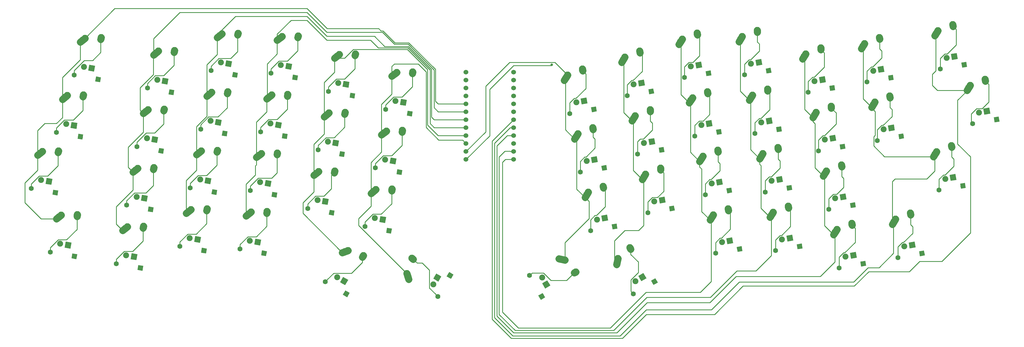
<source format=gtl>
G04 #@! TF.GenerationSoftware,KiCad,Pcbnew,(5.1.4-0-10_14)*
G04 #@! TF.CreationDate,2022-04-12T01:13:52-04:00*
G04 #@! TF.ProjectId,keyboard,6b657962-6f61-4726-942e-6b696361645f,rev?*
G04 #@! TF.SameCoordinates,Original*
G04 #@! TF.FileFunction,Copper,L1,Top*
G04 #@! TF.FilePolarity,Positive*
%FSLAX46Y46*%
G04 Gerber Fmt 4.6, Leading zero omitted, Abs format (unit mm)*
G04 Created by KiCad (PCBNEW (5.1.4-0-10_14)) date 2022-04-12 01:13:52*
%MOMM*%
%LPD*%
G04 APERTURE LIST*
%ADD10C,1.905000*%
%ADD11C,0.100000*%
%ADD12C,2.250000*%
%ADD13C,2.250000*%
%ADD14C,1.600000*%
%ADD15C,1.524000*%
%ADD16C,0.800000*%
%ADD17C,0.250000*%
G04 APERTURE END LIST*
D10*
X139976441Y-97960898D03*
D11*
G36*
X138873012Y-98733527D02*
G01*
X139203812Y-96857469D01*
X141079870Y-97188269D01*
X140749070Y-99064327D01*
X138873012Y-98733527D01*
X138873012Y-98733527D01*
G37*
D10*
X137475029Y-97519831D03*
D12*
X137840441Y-88364190D03*
X137068630Y-88969360D03*
D13*
X136296817Y-89574530D02*
X137840443Y-88364190D01*
D12*
X142991412Y-88175784D03*
X142921358Y-88457906D03*
D13*
X142851304Y-88740027D02*
X142991412Y-88175785D01*
D10*
X359392027Y-57264954D03*
D11*
G36*
X358619398Y-58368383D02*
G01*
X358288598Y-56492325D01*
X360164656Y-56161525D01*
X360495456Y-58037583D01*
X358619398Y-58368383D01*
X358619398Y-58368383D01*
G37*
D10*
X356890615Y-57706021D03*
D12*
X354102576Y-48977553D03*
X353584291Y-49810203D03*
D13*
X353066004Y-50642852D02*
X354102578Y-48977554D01*
D12*
X358878467Y-47038774D03*
X358909129Y-47327842D03*
D13*
X358939791Y-47616909D02*
X358878467Y-47038775D01*
D10*
X164306652Y-129231809D03*
D11*
G36*
X163005513Y-129580448D02*
G01*
X163958013Y-127930670D01*
X165607791Y-128883170D01*
X164655291Y-130532948D01*
X163005513Y-129580448D01*
X163005513Y-129580448D01*
G37*
D10*
X162106948Y-127961809D03*
D12*
X165581736Y-119483298D03*
X164649490Y-119787997D03*
D13*
X163717243Y-120092695D02*
X165581737Y-119483299D01*
D12*
X170486505Y-121067991D03*
X170324185Y-121309139D03*
D13*
X170161864Y-121550286D02*
X170486506Y-121067992D01*
D10*
X176629377Y-109500932D03*
D11*
G36*
X175525948Y-110273561D02*
G01*
X175856748Y-108397503D01*
X177732806Y-108728303D01*
X177402006Y-110604361D01*
X175525948Y-110273561D01*
X175525948Y-110273561D01*
G37*
D10*
X174127965Y-109059865D03*
D12*
X174493377Y-99904224D03*
X173721566Y-100509394D03*
D13*
X172949753Y-101114564D02*
X174493379Y-99904224D01*
D12*
X179644348Y-99715818D03*
X179574294Y-99997940D03*
D13*
X179504240Y-100280061D02*
X179644348Y-99715819D01*
D10*
X97150315Y-121430779D03*
D11*
G36*
X96046886Y-122203408D02*
G01*
X96377686Y-120327350D01*
X98253744Y-120658150D01*
X97922944Y-122534208D01*
X96046886Y-122203408D01*
X96046886Y-122203408D01*
G37*
D10*
X94648903Y-120989712D03*
D12*
X95014315Y-111834071D03*
X94242504Y-112439241D03*
D13*
X93470691Y-113044411D02*
X95014317Y-111834071D01*
D12*
X100165286Y-111645665D03*
X100095232Y-111927787D03*
D13*
X100025178Y-112209908D02*
X100165286Y-111645666D01*
D10*
X103766310Y-83909604D03*
D11*
G36*
X102662881Y-84682233D02*
G01*
X102993681Y-82806175D01*
X104869739Y-83136975D01*
X104538939Y-85013033D01*
X102662881Y-84682233D01*
X102662881Y-84682233D01*
G37*
D10*
X101264898Y-83468537D03*
D12*
X101630310Y-74312896D03*
X100858499Y-74918066D03*
D13*
X100086686Y-75523236D02*
X101630312Y-74312896D01*
D12*
X106781281Y-74124490D03*
X106711227Y-74406612D03*
D13*
X106641173Y-74688733D02*
X106781281Y-74124491D01*
D14*
X94815524Y-104899194D03*
X102497024Y-106253650D03*
D11*
G36*
X103423789Y-105604722D02*
G01*
X103145952Y-107180415D01*
X101570259Y-106902578D01*
X101848096Y-105326885D01*
X103423789Y-105604722D01*
X103423789Y-105604722D01*
G37*
D14*
X236469516Y-75563216D03*
X244151016Y-74208760D03*
D11*
G36*
X244799944Y-73281995D02*
G01*
X245077781Y-74857688D01*
X243502088Y-75135525D01*
X243224251Y-73559832D01*
X244799944Y-73281995D01*
X244799944Y-73281995D01*
G37*
D14*
X115138946Y-99343922D03*
X122820446Y-100698378D03*
D11*
G36*
X123747211Y-100049450D02*
G01*
X123469374Y-101625143D01*
X121893681Y-101347306D01*
X122171518Y-99771613D01*
X123747211Y-100049450D01*
X123747211Y-100049450D01*
G37*
D14*
X121754941Y-61822747D03*
X129436441Y-63177203D03*
D11*
G36*
X130363206Y-62528275D02*
G01*
X130085369Y-64103968D01*
X128509676Y-63826131D01*
X128787513Y-62250438D01*
X130363206Y-62528275D01*
X130363206Y-62528275D01*
G37*
D14*
X152660121Y-105959918D03*
X160341621Y-107314374D03*
D11*
G36*
X161268386Y-106665446D02*
G01*
X160990549Y-108241139D01*
X159414856Y-107963302D01*
X159692693Y-106387609D01*
X161268386Y-106665446D01*
X161268386Y-106665446D01*
G37*
D14*
X322564574Y-125014238D03*
X330246074Y-123659782D03*
D11*
G36*
X330895002Y-122733017D02*
G01*
X331172839Y-124308710D01*
X329597146Y-124586547D01*
X329319309Y-123010854D01*
X330895002Y-122733017D01*
X330895002Y-122733017D01*
G37*
D14*
X254795984Y-69793199D03*
X262477484Y-68438743D03*
D11*
G36*
X263126412Y-67511978D02*
G01*
X263404249Y-69087671D01*
X261828556Y-69365508D01*
X261550719Y-67789815D01*
X263126412Y-67511978D01*
X263126412Y-67511978D01*
G37*
D14*
X77980784Y-63243022D03*
X85662284Y-64597478D03*
D11*
G36*
X86589049Y-63948550D02*
G01*
X86311212Y-65524243D01*
X84735519Y-65246406D01*
X85013356Y-63670713D01*
X86589049Y-63948550D01*
X86589049Y-63948550D01*
G37*
D14*
X177602584Y-74208760D03*
X185284084Y-75563216D03*
D11*
G36*
X186210849Y-74914288D02*
G01*
X185933012Y-76489981D01*
X184357319Y-76212144D01*
X184635156Y-74636451D01*
X186210849Y-74914288D01*
X186210849Y-74914288D01*
G37*
D14*
X111830948Y-118104510D03*
X119512448Y-119458966D03*
D11*
G36*
X120439213Y-118810038D02*
G01*
X120161376Y-120385731D01*
X118585683Y-120107894D01*
X118863520Y-118532201D01*
X120439213Y-118810038D01*
X120439213Y-118810038D01*
G37*
D14*
X331401169Y-65424477D03*
X339082669Y-64070021D03*
D11*
G36*
X339731597Y-63143256D02*
G01*
X340009434Y-64718949D01*
X338433741Y-64996786D01*
X338155904Y-63421093D01*
X339731597Y-63143256D01*
X339731597Y-63143256D01*
G37*
D14*
X256756801Y-133296440D03*
X263511799Y-129396440D03*
D11*
G36*
X263804619Y-128303620D02*
G01*
X264604619Y-129689260D01*
X263218979Y-130489260D01*
X262418979Y-129103620D01*
X263804619Y-128303620D01*
X263804619Y-128303620D01*
G37*
D14*
X319256576Y-106253650D03*
X326938076Y-104899194D03*
D11*
G36*
X327587004Y-103972429D02*
G01*
X327864841Y-105548122D01*
X326289148Y-105825959D01*
X326011311Y-104250266D01*
X327587004Y-103972429D01*
X327587004Y-103972429D01*
G37*
D14*
X64329568Y-99523698D03*
X72011068Y-100878154D03*
D11*
G36*
X72937833Y-100229226D02*
G01*
X72659996Y-101804919D01*
X71084303Y-101527082D01*
X71362140Y-99951389D01*
X72937833Y-100229226D01*
X72937833Y-100229226D01*
G37*
D14*
X354432679Y-100051154D03*
X362114179Y-98696698D03*
D11*
G36*
X362763107Y-97769933D02*
G01*
X363040944Y-99345626D01*
X361465251Y-99623463D01*
X361187414Y-98047770D01*
X362763107Y-97769933D01*
X362763107Y-97769933D01*
G37*
D14*
X315948579Y-87493063D03*
X323630079Y-86138607D03*
D11*
G36*
X324279007Y-85211842D02*
G01*
X324556844Y-86787535D01*
X322981151Y-87065372D01*
X322703314Y-85489679D01*
X324279007Y-85211842D01*
X324279007Y-85211842D01*
G37*
D14*
X118446944Y-80583335D03*
X126128444Y-81937791D03*
D11*
G36*
X127055209Y-81288863D02*
G01*
X126777372Y-82864556D01*
X125201679Y-82586719D01*
X125479516Y-81011026D01*
X127055209Y-81288863D01*
X127055209Y-81288863D01*
G37*
D14*
X341325162Y-121706240D03*
X349006662Y-120351784D03*
D11*
G36*
X349655590Y-119425019D02*
G01*
X349933427Y-121000712D01*
X348357734Y-121278549D01*
X348079897Y-119702856D01*
X349655590Y-119425019D01*
X349655590Y-119425019D01*
G37*
D14*
X159276116Y-68438743D03*
X166957616Y-69793199D03*
D11*
G36*
X167884381Y-69144271D02*
G01*
X167606544Y-70719964D01*
X166030851Y-70442127D01*
X166308688Y-68866434D01*
X167884381Y-69144271D01*
X167884381Y-69144271D01*
G37*
D14*
X334709167Y-84185065D03*
X342390667Y-82830609D03*
D11*
G36*
X343039595Y-81903844D02*
G01*
X343317432Y-83479537D01*
X341741739Y-83757374D01*
X341463902Y-82181681D01*
X343039595Y-81903844D01*
X343039595Y-81903844D01*
G37*
D14*
X101431519Y-67378019D03*
X109113019Y-68732475D03*
D11*
G36*
X110039784Y-68083547D02*
G01*
X109761947Y-69659240D01*
X108186254Y-69381403D01*
X108464091Y-67805710D01*
X110039784Y-68083547D01*
X110039784Y-68083547D01*
G37*
D14*
X312640581Y-68732475D03*
X320322081Y-67378019D03*
D11*
G36*
X320971009Y-66451254D02*
G01*
X321248846Y-68026947D01*
X319673153Y-68304784D01*
X319395316Y-66729091D01*
X320971009Y-66451254D01*
X320971009Y-66451254D01*
G37*
D14*
X292317159Y-63177203D03*
X299998659Y-61822747D03*
D11*
G36*
X300647587Y-60895982D02*
G01*
X300925424Y-62471675D01*
X299349731Y-62749512D01*
X299071894Y-61173819D01*
X300647587Y-60895982D01*
X300647587Y-60895982D01*
G37*
D14*
X243085511Y-113084391D03*
X250767011Y-111729935D03*
D11*
G36*
X251415939Y-110803170D02*
G01*
X251693776Y-112378863D01*
X250118083Y-112656700D01*
X249840246Y-111081007D01*
X251415939Y-110803170D01*
X251415939Y-110803170D01*
G37*
D14*
X131025655Y-118950489D03*
X138707155Y-120304945D03*
D11*
G36*
X139633920Y-119656017D02*
G01*
X139356083Y-121231710D01*
X137780390Y-120953873D01*
X138058227Y-119378180D01*
X139633920Y-119656017D01*
X139633920Y-119656017D01*
G37*
D14*
X261411979Y-107314374D03*
X269093479Y-105959918D03*
D11*
G36*
X269742407Y-105033153D02*
G01*
X270020244Y-106608846D01*
X268444551Y-106886683D01*
X268166714Y-105310990D01*
X269742407Y-105033153D01*
X269742407Y-105033153D01*
G37*
D14*
X283046445Y-120304945D03*
X290727945Y-118950489D03*
D11*
G36*
X291376873Y-118023724D02*
G01*
X291654710Y-119599417D01*
X290079017Y-119877254D01*
X289801180Y-118301561D01*
X291376873Y-118023724D01*
X291376873Y-118023724D01*
G37*
D14*
X295625157Y-81937791D03*
X303306657Y-80583335D03*
D11*
G36*
X303955585Y-79656570D02*
G01*
X304233422Y-81232263D01*
X302657729Y-81510100D01*
X302379892Y-79934407D01*
X303955585Y-79656570D01*
X303955585Y-79656570D01*
G37*
D14*
X276430450Y-82783770D03*
X284111950Y-81429314D03*
D11*
G36*
X284760878Y-80502549D02*
G01*
X285038715Y-82078242D01*
X283463022Y-82356079D01*
X283185185Y-80780386D01*
X284760878Y-80502549D01*
X284760878Y-80502549D01*
G37*
D14*
X258103982Y-88553787D03*
X265785482Y-87199331D03*
D11*
G36*
X266434410Y-86272566D02*
G01*
X266712247Y-87848259D01*
X265136554Y-88126096D01*
X264858717Y-86550403D01*
X266434410Y-86272566D01*
X266434410Y-86272566D01*
G37*
D14*
X273122452Y-64023182D03*
X280803952Y-62668726D03*
D11*
G36*
X281452880Y-61741961D02*
G01*
X281730717Y-63317654D01*
X280155024Y-63595491D01*
X279877187Y-62019798D01*
X281452880Y-61741961D01*
X281452880Y-61741961D01*
G37*
D14*
X239777514Y-94323804D03*
X247459014Y-92969348D03*
D11*
G36*
X248107942Y-92042583D02*
G01*
X248385779Y-93618276D01*
X246810086Y-93896113D01*
X246532249Y-92320420D01*
X248107942Y-92042583D01*
X248107942Y-92042583D01*
G37*
D14*
X174294587Y-92969348D03*
X181976087Y-94323804D03*
D11*
G36*
X182902852Y-93674876D02*
G01*
X182625015Y-95250569D01*
X181049322Y-94972732D01*
X181327159Y-93397039D01*
X182902852Y-93674876D01*
X182902852Y-93674876D01*
G37*
D14*
X155968119Y-87199331D03*
X163649619Y-88553787D03*
D11*
G36*
X164576384Y-87904859D02*
G01*
X164298547Y-89480552D01*
X162722854Y-89202715D01*
X163000691Y-87627022D01*
X164576384Y-87904859D01*
X164576384Y-87904859D01*
G37*
D14*
X365195122Y-78809569D03*
X372876622Y-77455113D03*
D11*
G36*
X373525550Y-76528348D02*
G01*
X373803387Y-78104041D01*
X372227694Y-78381878D01*
X371949857Y-76806185D01*
X373525550Y-76528348D01*
X373525550Y-76528348D01*
G37*
D14*
X140949648Y-62668726D03*
X148631148Y-64023182D03*
D11*
G36*
X149557913Y-63374254D02*
G01*
X149280076Y-64949947D01*
X147704383Y-64672110D01*
X147982220Y-63096417D01*
X149557913Y-63374254D01*
X149557913Y-63374254D01*
G37*
D14*
X302241152Y-119458966D03*
X309922652Y-118104510D03*
D11*
G36*
X310571580Y-117177745D02*
G01*
X310849417Y-118753438D01*
X309273724Y-119031275D01*
X308995887Y-117455582D01*
X310571580Y-117177745D01*
X310571580Y-117177745D01*
G37*
D14*
X298933154Y-100698378D03*
X306614654Y-99343922D03*
D11*
G36*
X307263582Y-98417157D02*
G01*
X307541419Y-99992850D01*
X305965726Y-100270687D01*
X305687889Y-98694994D01*
X307263582Y-98417157D01*
X307263582Y-98417157D01*
G37*
D14*
X137641651Y-81429314D03*
X145323151Y-82783770D03*
D11*
G36*
X146249916Y-82134842D02*
G01*
X145972079Y-83710535D01*
X144396386Y-83432698D01*
X144674223Y-81857005D01*
X146249916Y-82134842D01*
X146249916Y-82134842D01*
G37*
D14*
X70401865Y-119938285D03*
X78083365Y-121292741D03*
D11*
G36*
X79010130Y-120643813D02*
G01*
X78732293Y-122219506D01*
X77156600Y-121941669D01*
X77434437Y-120365976D01*
X79010130Y-120643813D01*
X79010130Y-120643813D01*
G37*
D14*
X194268347Y-134169132D03*
X198168347Y-127414134D03*
D11*
G36*
X197875527Y-126321314D02*
G01*
X199261167Y-127121314D01*
X198461167Y-128506954D01*
X197075527Y-127706954D01*
X197875527Y-126321314D01*
X197875527Y-126321314D01*
G37*
D14*
X279738447Y-101544357D03*
X287419947Y-100189901D03*
D11*
G36*
X288068875Y-99263136D02*
G01*
X288346712Y-100838829D01*
X286771019Y-101116666D01*
X286493182Y-99540973D01*
X288068875Y-99263136D01*
X288068875Y-99263136D01*
G37*
D14*
X72327713Y-81590110D03*
X80009213Y-82944566D03*
D11*
G36*
X80935978Y-82295638D02*
G01*
X80658141Y-83871331D01*
X79082448Y-83593494D01*
X79360285Y-82017801D01*
X80935978Y-82295638D01*
X80935978Y-82295638D01*
G37*
D14*
X134333653Y-100189901D03*
X142015153Y-101544357D03*
D11*
G36*
X142941918Y-100895429D02*
G01*
X142664081Y-102471122D01*
X141088388Y-102193285D01*
X141366225Y-100617592D01*
X142941918Y-100895429D01*
X142941918Y-100895429D01*
G37*
D14*
X354851904Y-61289480D03*
X362533404Y-59935024D03*
D11*
G36*
X363182332Y-59008259D02*
G01*
X363460169Y-60583952D01*
X361884476Y-60861789D01*
X361606639Y-59286096D01*
X363182332Y-59008259D01*
X363182332Y-59008259D01*
G37*
D14*
X158241801Y-129396440D03*
X164996799Y-133296440D03*
D11*
G36*
X166089619Y-133003620D02*
G01*
X165289619Y-134389260D01*
X163903979Y-133589260D01*
X164703979Y-132203620D01*
X166089619Y-133003620D01*
X166089619Y-133003620D01*
G37*
D14*
X170986589Y-111729935D03*
X178668089Y-113084391D03*
D11*
G36*
X179594854Y-112435463D02*
G01*
X179317017Y-114011156D01*
X177741324Y-113733319D01*
X178019161Y-112157626D01*
X179594854Y-112435463D01*
X179594854Y-112435463D01*
G37*
D14*
X91507526Y-123659782D03*
X99189026Y-125014238D03*
D11*
G36*
X100115791Y-124365310D02*
G01*
X99837954Y-125941003D01*
X98262261Y-125663166D01*
X98540098Y-124087473D01*
X100115791Y-124365310D01*
X100115791Y-124365310D01*
G37*
D14*
X223585253Y-127414134D03*
X227485253Y-134169132D03*
D11*
G36*
X228578073Y-134461952D02*
G01*
X227192433Y-135261952D01*
X226392433Y-133876312D01*
X227778073Y-133076312D01*
X228578073Y-134461952D01*
X228578073Y-134461952D01*
G37*
D14*
X98123522Y-86138607D03*
X105805022Y-87493063D03*
D11*
G36*
X106731787Y-86844135D02*
G01*
X106453950Y-88419828D01*
X104878257Y-88141991D01*
X105156094Y-86566298D01*
X106731787Y-86844135D01*
X106731787Y-86844135D01*
G37*
D10*
X107074308Y-65149016D03*
D11*
G36*
X105970879Y-65921645D02*
G01*
X106301679Y-64045587D01*
X108177737Y-64376387D01*
X107846937Y-66252445D01*
X105970879Y-65921645D01*
X105970879Y-65921645D01*
G37*
D10*
X104572896Y-64707949D03*
D12*
X104938308Y-55552308D03*
X104166497Y-56157478D03*
D13*
X103394684Y-56762648D02*
X104938310Y-55552308D01*
D12*
X110089279Y-55363902D03*
X110019225Y-55646024D03*
D13*
X109949171Y-55928145D02*
X110089279Y-55363903D01*
D10*
X194103716Y-128104281D03*
D11*
G36*
X194452355Y-129405420D02*
G01*
X192802577Y-128452920D01*
X193755077Y-126803142D01*
X195404855Y-127755642D01*
X194452355Y-129405420D01*
X194452355Y-129405420D01*
G37*
D10*
X192833716Y-130303985D03*
D12*
X184355205Y-126829197D03*
X184659904Y-127761443D03*
D13*
X184964602Y-128693690D02*
X184355206Y-126829196D01*
D12*
X185939898Y-121924428D03*
X186181046Y-122086748D03*
D13*
X186422193Y-122249069D02*
X185939899Y-121924427D01*
D10*
X228919884Y-130303985D03*
D11*
G36*
X227618745Y-129955346D02*
G01*
X229268523Y-129002846D01*
X230221023Y-130652624D01*
X228571245Y-131605124D01*
X227618745Y-129955346D01*
X227618745Y-129955346D01*
G37*
D10*
X227649884Y-128104281D03*
D12*
X234898395Y-122499069D03*
X233938697Y-122296823D03*
D13*
X232978998Y-122094576D02*
X234898396Y-122499070D01*
D12*
X238353702Y-126323838D03*
X238092555Y-126451517D03*
D13*
X237831407Y-126579197D02*
X238353703Y-126323837D01*
D10*
X345865285Y-117681714D03*
D11*
G36*
X345092656Y-118785143D02*
G01*
X344761856Y-116909085D01*
X346637914Y-116578285D01*
X346968714Y-118454343D01*
X345092656Y-118785143D01*
X345092656Y-118785143D01*
G37*
D10*
X343363873Y-118122781D03*
D12*
X340575834Y-109394313D03*
X340057549Y-110226963D03*
D13*
X339539262Y-111059612D02*
X340575836Y-109394314D01*
D12*
X345351725Y-107455534D03*
X345382387Y-107744602D03*
D13*
X345413049Y-108033669D02*
X345351725Y-107455535D01*
D15*
X203268200Y-62278400D03*
X203268200Y-64818400D03*
X203268200Y-67358400D03*
X203268200Y-69898400D03*
X203268200Y-72438400D03*
X203268200Y-74978400D03*
X203268200Y-77518400D03*
X203268200Y-80058400D03*
X203268200Y-82598400D03*
X203268200Y-85138400D03*
X203268200Y-87678400D03*
X203268200Y-90218400D03*
X218488200Y-90218400D03*
X218488200Y-87678400D03*
X218488200Y-85138400D03*
X218488200Y-82598400D03*
X218488200Y-80058400D03*
X218488200Y-77518400D03*
X218488200Y-74978400D03*
X218488200Y-72438400D03*
X218488200Y-69898400D03*
X218488200Y-67358400D03*
X218488200Y-64818400D03*
X218488200Y-62278400D03*
D10*
X100458312Y-102670191D03*
D11*
G36*
X99354883Y-103442820D02*
G01*
X99685683Y-101566762D01*
X101561741Y-101897562D01*
X101230941Y-103773620D01*
X99354883Y-103442820D01*
X99354883Y-103442820D01*
G37*
D10*
X97956900Y-102229124D03*
D12*
X98322312Y-93073483D03*
X97550501Y-93678653D03*
D13*
X96778688Y-94283823D02*
X98322314Y-93073483D01*
D12*
X103473283Y-92885077D03*
X103403229Y-93167199D03*
D13*
X103333175Y-93449320D02*
X103473283Y-92885078D01*
D10*
X241009639Y-71538690D03*
D11*
G36*
X240237010Y-72642119D02*
G01*
X239906210Y-70766061D01*
X241782268Y-70435261D01*
X242113068Y-72311319D01*
X240237010Y-72642119D01*
X240237010Y-72642119D01*
G37*
D10*
X238508227Y-71979757D03*
D12*
X235720188Y-63251289D03*
X235201903Y-64083939D03*
D13*
X234683616Y-64916588D02*
X235720190Y-63251290D01*
D12*
X240496079Y-61312510D03*
X240526741Y-61601578D03*
D13*
X240557403Y-61890645D02*
X240496079Y-61312511D01*
D10*
X120781734Y-97114919D03*
D11*
G36*
X119678305Y-97887548D02*
G01*
X120009105Y-96011490D01*
X121885163Y-96342290D01*
X121554363Y-98218348D01*
X119678305Y-97887548D01*
X119678305Y-97887548D01*
G37*
D10*
X118280322Y-96673852D03*
D12*
X118645734Y-87518211D03*
X117873923Y-88123381D03*
D13*
X117102110Y-88728551D02*
X118645736Y-87518211D01*
D12*
X123796705Y-87329805D03*
X123726651Y-87611927D03*
D13*
X123656597Y-87894048D02*
X123796705Y-87329806D01*
D10*
X127397730Y-59593744D03*
D11*
G36*
X126294301Y-60366373D02*
G01*
X126625101Y-58490315D01*
X128501159Y-58821115D01*
X128170359Y-60697173D01*
X126294301Y-60366373D01*
X126294301Y-60366373D01*
G37*
D10*
X124896318Y-59152677D03*
D12*
X125261730Y-49997036D03*
X124489919Y-50602206D03*
D13*
X123718106Y-51207376D02*
X125261732Y-49997036D01*
D12*
X130412701Y-49808630D03*
X130342647Y-50090752D03*
D13*
X130272593Y-50372873D02*
X130412701Y-49808631D01*
D10*
X158302909Y-103730915D03*
D11*
G36*
X157199480Y-104503544D02*
G01*
X157530280Y-102627486D01*
X159406338Y-102958286D01*
X159075538Y-104834344D01*
X157199480Y-104503544D01*
X157199480Y-104503544D01*
G37*
D10*
X155801497Y-103289848D03*
D12*
X156166909Y-94134207D03*
X155395098Y-94739377D03*
D13*
X154623285Y-95344547D02*
X156166911Y-94134207D01*
D12*
X161317880Y-93945801D03*
X161247826Y-94227923D03*
D13*
X161177772Y-94510044D02*
X161317880Y-93945802D01*
D10*
X327104697Y-120989712D03*
D11*
G36*
X326332068Y-122093141D02*
G01*
X326001268Y-120217083D01*
X327877326Y-119886283D01*
X328208126Y-121762341D01*
X326332068Y-122093141D01*
X326332068Y-122093141D01*
G37*
D10*
X324603285Y-121430779D03*
D12*
X321815246Y-112702311D03*
X321296961Y-113534961D03*
D13*
X320778674Y-114367610D02*
X321815248Y-112702312D01*
D12*
X326591137Y-110763532D03*
X326621799Y-111052600D03*
D13*
X326652461Y-111341667D02*
X326591137Y-110763533D01*
D10*
X259336107Y-65768673D03*
D11*
G36*
X258563478Y-66872102D02*
G01*
X258232678Y-64996044D01*
X260108736Y-64665244D01*
X260439536Y-66541302D01*
X258563478Y-66872102D01*
X258563478Y-66872102D01*
G37*
D10*
X256834695Y-66209740D03*
D12*
X254046656Y-57481272D03*
X253528371Y-58313922D03*
D13*
X253010084Y-59146571D02*
X254046658Y-57481273D01*
D12*
X258822547Y-55542493D03*
X258853209Y-55831561D03*
D13*
X258883871Y-56120628D02*
X258822547Y-55542494D01*
D10*
X83623573Y-61014019D03*
D11*
G36*
X82520144Y-61786648D02*
G01*
X82850944Y-59910590D01*
X84727002Y-60241390D01*
X84396202Y-62117448D01*
X82520144Y-61786648D01*
X82520144Y-61786648D01*
G37*
D10*
X81122161Y-60572952D03*
D12*
X81487573Y-51417311D03*
X80715762Y-52022481D03*
D13*
X79943949Y-52627651D02*
X81487575Y-51417311D01*
D12*
X86638544Y-51228905D03*
X86568490Y-51511027D03*
D13*
X86498436Y-51793148D02*
X86638544Y-51228906D01*
D10*
X183245373Y-71979757D03*
D11*
G36*
X182141944Y-72752386D02*
G01*
X182472744Y-70876328D01*
X184348802Y-71207128D01*
X184018002Y-73083186D01*
X182141944Y-72752386D01*
X182141944Y-72752386D01*
G37*
D10*
X180743961Y-71538690D03*
D12*
X181109373Y-62383049D03*
X180337562Y-62988219D03*
D13*
X179565749Y-63593389D02*
X181109375Y-62383049D01*
D12*
X186260344Y-62194643D03*
X186190290Y-62476765D03*
D13*
X186120236Y-62758886D02*
X186260344Y-62194644D01*
D10*
X117473737Y-115875507D03*
D11*
G36*
X116370308Y-116648136D02*
G01*
X116701108Y-114772078D01*
X118577166Y-115102878D01*
X118246366Y-116978936D01*
X116370308Y-116648136D01*
X116370308Y-116648136D01*
G37*
D10*
X114972325Y-115434440D03*
D12*
X115337737Y-106278799D03*
X114565926Y-106883969D03*
D13*
X113794113Y-107489139D02*
X115337739Y-106278799D01*
D12*
X120488708Y-106090393D03*
X120418654Y-106372515D03*
D13*
X120348600Y-106654636D02*
X120488708Y-106090394D01*
D10*
X335941292Y-61399951D03*
D11*
G36*
X335168663Y-62503380D02*
G01*
X334837863Y-60627322D01*
X336713921Y-60296522D01*
X337044721Y-62172580D01*
X335168663Y-62503380D01*
X335168663Y-62503380D01*
G37*
D10*
X333439880Y-61841018D03*
D12*
X330651841Y-53112550D03*
X330133556Y-53945200D03*
D13*
X329615269Y-54777849D02*
X330651843Y-53112551D01*
D12*
X335427732Y-51173771D03*
X335458394Y-51462839D03*
D13*
X335489056Y-51751906D02*
X335427732Y-51173772D01*
D10*
X259646652Y-127961809D03*
D11*
G36*
X259298013Y-129262948D02*
G01*
X258345513Y-127613170D01*
X259995291Y-126660670D01*
X260947791Y-128310448D01*
X259298013Y-129262948D01*
X259298013Y-129262948D01*
G37*
D10*
X257446948Y-129231809D03*
D12*
X251841736Y-121983298D03*
X251639490Y-122942996D03*
D13*
X251437243Y-123902695D02*
X251841737Y-121983297D01*
D12*
X255666505Y-118527991D03*
X255794184Y-118789138D03*
D13*
X255921864Y-119050286D02*
X255666504Y-118527990D01*
D10*
X323796700Y-102229124D03*
D11*
G36*
X323024071Y-103332553D02*
G01*
X322693271Y-101456495D01*
X324569329Y-101125695D01*
X324900129Y-103001753D01*
X323024071Y-103332553D01*
X323024071Y-103332553D01*
G37*
D10*
X321295288Y-102670191D03*
D12*
X318507249Y-93941723D03*
X317988964Y-94774373D03*
D13*
X317470677Y-95607022D02*
X318507251Y-93941724D01*
D12*
X323283140Y-92002944D03*
X323313802Y-92292012D03*
D13*
X323344464Y-92581079D02*
X323283140Y-92002945D01*
D10*
X69972357Y-97294695D03*
D11*
G36*
X68868928Y-98067324D02*
G01*
X69199728Y-96191266D01*
X71075786Y-96522066D01*
X70744986Y-98398124D01*
X68868928Y-98067324D01*
X68868928Y-98067324D01*
G37*
D10*
X67470945Y-96853628D03*
D12*
X67836357Y-87697987D03*
X67064546Y-88303157D03*
D13*
X66292733Y-88908327D02*
X67836359Y-87697987D01*
D12*
X72987328Y-87509581D03*
X72917274Y-87791703D03*
D13*
X72847220Y-88073824D02*
X72987328Y-87509582D01*
D10*
X358972802Y-96026628D03*
D11*
G36*
X358200173Y-97130057D02*
G01*
X357869373Y-95253999D01*
X359745431Y-94923199D01*
X360076231Y-96799257D01*
X358200173Y-97130057D01*
X358200173Y-97130057D01*
G37*
D10*
X356471390Y-96467695D03*
D12*
X353683351Y-87739227D03*
X353165066Y-88571877D03*
D13*
X352646779Y-89404526D02*
X353683353Y-87739228D01*
D12*
X358459242Y-85800448D03*
X358489904Y-86089516D03*
D13*
X358520566Y-86378583D02*
X358459242Y-85800449D01*
D10*
X320488702Y-83468537D03*
D11*
G36*
X319716073Y-84571966D02*
G01*
X319385273Y-82695908D01*
X321261331Y-82365108D01*
X321592131Y-84241166D01*
X319716073Y-84571966D01*
X319716073Y-84571966D01*
G37*
D10*
X317987290Y-83909604D03*
D12*
X315199251Y-75181136D03*
X314680966Y-76013786D03*
D13*
X314162679Y-76846435D02*
X315199253Y-75181137D01*
D12*
X319975142Y-73242357D03*
X320005804Y-73531425D03*
D13*
X320036466Y-73820492D02*
X319975142Y-73242358D01*
D10*
X124089732Y-78354332D03*
D11*
G36*
X122986303Y-79126961D02*
G01*
X123317103Y-77250903D01*
X125193161Y-77581703D01*
X124862361Y-79457761D01*
X122986303Y-79126961D01*
X122986303Y-79126961D01*
G37*
D10*
X121588320Y-77913265D03*
D12*
X121953732Y-68757624D03*
X121181921Y-69362794D03*
D13*
X120410108Y-69967964D02*
X121953734Y-68757624D01*
D12*
X127104703Y-68569218D03*
X127034649Y-68851340D03*
D13*
X126964595Y-69133461D02*
X127104703Y-68569219D01*
D10*
X164918905Y-66209740D03*
D11*
G36*
X163815476Y-66982369D02*
G01*
X164146276Y-65106311D01*
X166022334Y-65437111D01*
X165691534Y-67313169D01*
X163815476Y-66982369D01*
X163815476Y-66982369D01*
G37*
D10*
X162417493Y-65768673D03*
D12*
X162782905Y-56613032D03*
X162011094Y-57218202D03*
D13*
X161239281Y-57823372D02*
X162782907Y-56613032D01*
D12*
X167933876Y-56424626D03*
X167863822Y-56706748D03*
D13*
X167793768Y-56988869D02*
X167933876Y-56424627D01*
D10*
X339249290Y-80160539D03*
D11*
G36*
X338476661Y-81263968D02*
G01*
X338145861Y-79387910D01*
X340021919Y-79057110D01*
X340352719Y-80933168D01*
X338476661Y-81263968D01*
X338476661Y-81263968D01*
G37*
D10*
X336747878Y-80601606D03*
D12*
X333959839Y-71873138D03*
X333441554Y-72705788D03*
D13*
X332923267Y-73538437D02*
X333959841Y-71873139D01*
D12*
X338735730Y-69934359D03*
X338766392Y-70223427D03*
D13*
X338797054Y-70512494D02*
X338735730Y-69934360D01*
D10*
X317180704Y-64707949D03*
D11*
G36*
X316408075Y-65811378D02*
G01*
X316077275Y-63935320D01*
X317953333Y-63604520D01*
X318284133Y-65480578D01*
X316408075Y-65811378D01*
X316408075Y-65811378D01*
G37*
D10*
X314679292Y-65149016D03*
D12*
X311891253Y-56420548D03*
X311372968Y-57253198D03*
D13*
X310854681Y-58085847D02*
X311891255Y-56420549D01*
D12*
X316667144Y-54481769D03*
X316697806Y-54770837D03*
D13*
X316728468Y-55059904D02*
X316667144Y-54481770D01*
D10*
X296857282Y-59152677D03*
D11*
G36*
X296084653Y-60256106D02*
G01*
X295753853Y-58380048D01*
X297629911Y-58049248D01*
X297960711Y-59925306D01*
X296084653Y-60256106D01*
X296084653Y-60256106D01*
G37*
D10*
X294355870Y-59593744D03*
D12*
X291567831Y-50865276D03*
X291049546Y-51697926D03*
D13*
X290531259Y-52530575D02*
X291567833Y-50865277D01*
D12*
X296343722Y-48926497D03*
X296374384Y-49215565D03*
D13*
X296405046Y-49504632D02*
X296343722Y-48926498D01*
D10*
X247625635Y-109059865D03*
D11*
G36*
X246853006Y-110163294D02*
G01*
X246522206Y-108287236D01*
X248398264Y-107956436D01*
X248729064Y-109832494D01*
X246853006Y-110163294D01*
X246853006Y-110163294D01*
G37*
D10*
X245124223Y-109500932D03*
D12*
X242336184Y-100772464D03*
X241817899Y-101605114D03*
D13*
X241299612Y-102437763D02*
X242336186Y-100772465D01*
D12*
X247112075Y-98833685D03*
X247142737Y-99122753D03*
D13*
X247173399Y-99411820D02*
X247112075Y-98833686D01*
D10*
X136668444Y-116721486D03*
D11*
G36*
X135565015Y-117494115D02*
G01*
X135895815Y-115618057D01*
X137771873Y-115948857D01*
X137441073Y-117824915D01*
X135565015Y-117494115D01*
X135565015Y-117494115D01*
G37*
D10*
X134167032Y-116280419D03*
D12*
X134532444Y-107124778D03*
X133760633Y-107729948D03*
D13*
X132988820Y-108335118D02*
X134532446Y-107124778D01*
D12*
X139683415Y-106936372D03*
X139613361Y-107218494D03*
D13*
X139543307Y-107500615D02*
X139683415Y-106936373D01*
D10*
X265952103Y-103289848D03*
D11*
G36*
X265179474Y-104393277D02*
G01*
X264848674Y-102517219D01*
X266724732Y-102186419D01*
X267055532Y-104062477D01*
X265179474Y-104393277D01*
X265179474Y-104393277D01*
G37*
D10*
X263450691Y-103730915D03*
D12*
X260662652Y-95002447D03*
X260144367Y-95835097D03*
D13*
X259626080Y-96667746D02*
X260662654Y-95002448D01*
D12*
X265438543Y-93063668D03*
X265469205Y-93352736D03*
D13*
X265499867Y-93641803D02*
X265438543Y-93063669D01*
D10*
X287586568Y-116280419D03*
D11*
G36*
X286813939Y-117383848D02*
G01*
X286483139Y-115507790D01*
X288359197Y-115176990D01*
X288689997Y-117053048D01*
X286813939Y-117383848D01*
X286813939Y-117383848D01*
G37*
D10*
X285085156Y-116721486D03*
D12*
X282297117Y-107993018D03*
X281778832Y-108825668D03*
D13*
X281260545Y-109658317D02*
X282297119Y-107993019D01*
D12*
X287073008Y-106054239D03*
X287103670Y-106343307D03*
D13*
X287134332Y-106632374D02*
X287073008Y-106054240D01*
D10*
X300165280Y-77913265D03*
D11*
G36*
X299392651Y-79016694D02*
G01*
X299061851Y-77140636D01*
X300937909Y-76809836D01*
X301268709Y-78685894D01*
X299392651Y-79016694D01*
X299392651Y-79016694D01*
G37*
D10*
X297663868Y-78354332D03*
D12*
X294875829Y-69625864D03*
X294357544Y-70458514D03*
D13*
X293839257Y-71291163D02*
X294875831Y-69625865D01*
D12*
X299651720Y-67687085D03*
X299682382Y-67976153D03*
D13*
X299713044Y-68265220D02*
X299651720Y-67687086D01*
D10*
X280970573Y-78759244D03*
D11*
G36*
X280197944Y-79862673D02*
G01*
X279867144Y-77986615D01*
X281743202Y-77655815D01*
X282074002Y-79531873D01*
X280197944Y-79862673D01*
X280197944Y-79862673D01*
G37*
D10*
X278469161Y-79200311D03*
D12*
X275681122Y-70471843D03*
X275162837Y-71304493D03*
D13*
X274644550Y-72137142D02*
X275681124Y-70471844D01*
D12*
X280457013Y-68533064D03*
X280487675Y-68822132D03*
D13*
X280518337Y-69111199D02*
X280457013Y-68533065D01*
D10*
X262644105Y-84529261D03*
D11*
G36*
X261871476Y-85632690D02*
G01*
X261540676Y-83756632D01*
X263416734Y-83425832D01*
X263747534Y-85301890D01*
X261871476Y-85632690D01*
X261871476Y-85632690D01*
G37*
D10*
X260142693Y-84970328D03*
D12*
X257354654Y-76241860D03*
X256836369Y-77074510D03*
D13*
X256318082Y-77907159D02*
X257354656Y-76241861D01*
D12*
X262130545Y-74303081D03*
X262161207Y-74592149D03*
D13*
X262191869Y-74881216D02*
X262130545Y-74303082D01*
D10*
X277662575Y-59998656D03*
D11*
G36*
X276889946Y-61102085D02*
G01*
X276559146Y-59226027D01*
X278435204Y-58895227D01*
X278766004Y-60771285D01*
X276889946Y-61102085D01*
X276889946Y-61102085D01*
G37*
D10*
X275161163Y-60439723D03*
D12*
X272373124Y-51711255D03*
X271854839Y-52543905D03*
D13*
X271336552Y-53376554D02*
X272373126Y-51711256D01*
D12*
X277149015Y-49772476D03*
X277179677Y-50061544D03*
D13*
X277210339Y-50350611D02*
X277149015Y-49772477D01*
D10*
X244317637Y-90299278D03*
D11*
G36*
X243545008Y-91402707D02*
G01*
X243214208Y-89526649D01*
X245090266Y-89195849D01*
X245421066Y-91071907D01*
X243545008Y-91402707D01*
X243545008Y-91402707D01*
G37*
D10*
X241816225Y-90740345D03*
D12*
X239028186Y-82011877D03*
X238509901Y-82844527D03*
D13*
X237991614Y-83677176D02*
X239028188Y-82011878D01*
D12*
X243804077Y-80073098D03*
X243834739Y-80362166D03*
D13*
X243865401Y-80651233D02*
X243804077Y-80073099D01*
D10*
X179937375Y-90740345D03*
D11*
G36*
X178833946Y-91512974D02*
G01*
X179164746Y-89636916D01*
X181040804Y-89967716D01*
X180710004Y-91843774D01*
X178833946Y-91512974D01*
X178833946Y-91512974D01*
G37*
D10*
X177435963Y-90299278D03*
D12*
X177801375Y-81143637D03*
X177029564Y-81748807D03*
D13*
X176257751Y-82353977D02*
X177801377Y-81143637D01*
D12*
X182952346Y-80955231D03*
X182882292Y-81237353D03*
D13*
X182812238Y-81519474D02*
X182952346Y-80955232D01*
D10*
X161610907Y-84970328D03*
D11*
G36*
X160507478Y-85742957D02*
G01*
X160838278Y-83866899D01*
X162714336Y-84197699D01*
X162383536Y-86073757D01*
X160507478Y-85742957D01*
X160507478Y-85742957D01*
G37*
D10*
X159109495Y-84529261D03*
D12*
X159474907Y-75373620D03*
X158703096Y-75978790D03*
D13*
X157931283Y-76583960D02*
X159474909Y-75373620D01*
D12*
X164625878Y-75185214D03*
X164555824Y-75467336D03*
D13*
X164485770Y-75749457D02*
X164625878Y-75185215D01*
D10*
X369735245Y-74785043D03*
D11*
G36*
X368962616Y-75888472D02*
G01*
X368631816Y-74012414D01*
X370507874Y-73681614D01*
X370838674Y-75557672D01*
X368962616Y-75888472D01*
X368962616Y-75888472D01*
G37*
D10*
X367233833Y-75226110D03*
D12*
X364445794Y-66497642D03*
X363927509Y-67330292D03*
D13*
X363409222Y-68162941D02*
X364445796Y-66497643D01*
D12*
X369221685Y-64558863D03*
X369252347Y-64847931D03*
D13*
X369283009Y-65136998D02*
X369221685Y-64558864D01*
D10*
X146592437Y-60439723D03*
D11*
G36*
X145489008Y-61212352D02*
G01*
X145819808Y-59336294D01*
X147695866Y-59667094D01*
X147365066Y-61543152D01*
X145489008Y-61212352D01*
X145489008Y-61212352D01*
G37*
D10*
X144091025Y-59998656D03*
D12*
X144456437Y-50843015D03*
X143684626Y-51448185D03*
D13*
X142912813Y-52053355D02*
X144456439Y-50843015D01*
D12*
X149607408Y-50654609D03*
X149537354Y-50936731D03*
D13*
X149467300Y-51218852D02*
X149607408Y-50654610D01*
D10*
X306781275Y-115434440D03*
D11*
G36*
X306008646Y-116537869D02*
G01*
X305677846Y-114661811D01*
X307553904Y-114331011D01*
X307884704Y-116207069D01*
X306008646Y-116537869D01*
X306008646Y-116537869D01*
G37*
D10*
X304279863Y-115875507D03*
D12*
X301491824Y-107147039D03*
X300973539Y-107979689D03*
D13*
X300455252Y-108812338D02*
X301491826Y-107147040D01*
D12*
X306267715Y-105208260D03*
X306298377Y-105497328D03*
D13*
X306329039Y-105786395D02*
X306267715Y-105208261D01*
D10*
X303473278Y-96673852D03*
D11*
G36*
X302700649Y-97777281D02*
G01*
X302369849Y-95901223D01*
X304245907Y-95570423D01*
X304576707Y-97446481D01*
X302700649Y-97777281D01*
X302700649Y-97777281D01*
G37*
D10*
X300971866Y-97114919D03*
D12*
X298183827Y-88386451D03*
X297665542Y-89219101D03*
D13*
X297147255Y-90051750D02*
X298183829Y-88386452D01*
D12*
X302959718Y-86447672D03*
X302990380Y-86736740D03*
D13*
X303021042Y-87025807D02*
X302959718Y-86447673D01*
D10*
X143284439Y-79200311D03*
D11*
G36*
X142181010Y-79972940D02*
G01*
X142511810Y-78096882D01*
X144387868Y-78427682D01*
X144057068Y-80303740D01*
X142181010Y-79972940D01*
X142181010Y-79972940D01*
G37*
D10*
X140783027Y-78759244D03*
D12*
X141148439Y-69603603D03*
X140376628Y-70208773D03*
D13*
X139604815Y-70813943D02*
X141148441Y-69603603D01*
D12*
X146299410Y-69415197D03*
X146229356Y-69697319D03*
D13*
X146159302Y-69979440D02*
X146299410Y-69415198D01*
D10*
X76044654Y-117709282D03*
D11*
G36*
X74941225Y-118481911D02*
G01*
X75272025Y-116605853D01*
X77148083Y-116936653D01*
X76817283Y-118812711D01*
X74941225Y-118481911D01*
X74941225Y-118481911D01*
G37*
D10*
X73543242Y-117268215D03*
D12*
X73908654Y-108112574D03*
X73136843Y-108717744D03*
D13*
X72365030Y-109322914D02*
X73908656Y-108112574D01*
D12*
X79059625Y-107924168D03*
X78989571Y-108206290D03*
D13*
X78919517Y-108488411D02*
X79059625Y-107924169D01*
D10*
X284278571Y-97519831D03*
D11*
G36*
X283505942Y-98623260D02*
G01*
X283175142Y-96747202D01*
X285051200Y-96416402D01*
X285382000Y-98292460D01*
X283505942Y-98623260D01*
X283505942Y-98623260D01*
G37*
D10*
X281777159Y-97960898D03*
D12*
X278989120Y-89232430D03*
X278470835Y-90065080D03*
D13*
X277952548Y-90897729D02*
X278989122Y-89232431D01*
D12*
X283765011Y-87293651D03*
X283795673Y-87582719D03*
D13*
X283826335Y-87871786D02*
X283765011Y-87293652D01*
D10*
X77970502Y-79361107D03*
D11*
G36*
X76867073Y-80133736D02*
G01*
X77197873Y-78257678D01*
X79073931Y-78588478D01*
X78743131Y-80464536D01*
X76867073Y-80133736D01*
X76867073Y-80133736D01*
G37*
D10*
X75469090Y-78920040D03*
D12*
X75834502Y-69764399D03*
X75062691Y-70369569D03*
D13*
X74290878Y-70974739D02*
X75834504Y-69764399D01*
D12*
X80985473Y-69575993D03*
X80915419Y-69858115D03*
D13*
X80845365Y-70140236D02*
X80985473Y-69575994D01*
D16*
X230632000Y-59944000D03*
D17*
X355858189Y-95190194D02*
X354432679Y-96615704D01*
X356421806Y-95190194D02*
X355858189Y-95190194D01*
X354432679Y-98919784D02*
X354432679Y-100051154D01*
X359158864Y-92453136D02*
X356421806Y-95190194D01*
X359158864Y-90131265D02*
X359158864Y-92453136D01*
X358520566Y-89492967D02*
X359158864Y-90131265D01*
X354432679Y-96615704D02*
X354432679Y-98919784D01*
X358520566Y-86378583D02*
X358520566Y-89492967D01*
X193468348Y-133369133D02*
X194268347Y-134169132D01*
X191556215Y-131457000D02*
X193468348Y-133369133D01*
X189301873Y-123464725D02*
X191556215Y-125719067D01*
X191556215Y-125719067D02*
X191556215Y-131457000D01*
X187637849Y-123464725D02*
X189301873Y-123464725D01*
X186422193Y-122249069D02*
X187637849Y-123464725D01*
X228050440Y-126614135D02*
X224385252Y-126614135D01*
X230419339Y-128983034D02*
X228050440Y-126614135D01*
X235427570Y-128983034D02*
X230419339Y-128983034D01*
X224385252Y-126614135D02*
X223585253Y-127414134D01*
X237831407Y-126579197D02*
X235427570Y-128983034D01*
X258325701Y-126462354D02*
X255956802Y-128831253D01*
X255956802Y-132496441D02*
X256756801Y-133296440D01*
X255956802Y-128831253D02*
X255956802Y-132496441D01*
X258325701Y-123084327D02*
X258325701Y-126462354D01*
X255921864Y-120680490D02*
X258325701Y-123084327D01*
X255921864Y-119050286D02*
X255921864Y-120680490D01*
X98123522Y-84719211D02*
X98123522Y-85007237D01*
X101054733Y-81788000D02*
X98123522Y-84719211D01*
X103727958Y-81788000D02*
X101054733Y-81788000D01*
X106641173Y-78874785D02*
X103727958Y-81788000D01*
X98123522Y-85007237D02*
X98123522Y-86138607D01*
X106641173Y-74688733D02*
X106641173Y-78874785D01*
X91507526Y-122240387D02*
X91507526Y-122528412D01*
X94035702Y-119712211D02*
X91507526Y-122240387D01*
X96708927Y-119712211D02*
X94035702Y-119712211D01*
X91507526Y-122528412D02*
X91507526Y-123659782D01*
X100025178Y-116395960D02*
X96708927Y-119712211D01*
X100025178Y-112209908D02*
X100025178Y-116395960D01*
X170986589Y-110598565D02*
X170986589Y-111729935D01*
X170986589Y-110310539D02*
X170986589Y-110598565D01*
X173514764Y-107782364D02*
X170986589Y-110310539D01*
X176187989Y-107782364D02*
X173514764Y-107782364D01*
X179504240Y-104466113D02*
X176187989Y-107782364D01*
X179504240Y-100280061D02*
X179504240Y-104466113D01*
X159041800Y-128596441D02*
X158241801Y-129396440D01*
X160953933Y-126684308D02*
X159041800Y-128596441D01*
X170161864Y-123214310D02*
X166691866Y-126684308D01*
X166691866Y-126684308D02*
X160953933Y-126684308D01*
X170161864Y-121550286D02*
X170161864Y-123214310D01*
X354851904Y-60158110D02*
X354851904Y-61289480D01*
X354851904Y-57854030D02*
X354851904Y-60158110D01*
X356277414Y-56428520D02*
X354851904Y-57854030D01*
X357083480Y-56428520D02*
X356277414Y-56428520D01*
X359918000Y-53594000D02*
X357083480Y-56428520D01*
X359918000Y-48595118D02*
X359918000Y-53594000D01*
X358939791Y-47616909D02*
X359918000Y-48595118D01*
X134333653Y-98770505D02*
X134333653Y-99058531D01*
X136861828Y-96242330D02*
X134333653Y-98770505D01*
X141173825Y-96242330D02*
X136861828Y-96242330D01*
X142851304Y-94564851D02*
X141173825Y-96242330D01*
X134333653Y-99058531D02*
X134333653Y-100189901D01*
X142851304Y-88740027D02*
X142851304Y-94564851D01*
X74855889Y-77642539D02*
X72327713Y-80170715D01*
X77805461Y-77642539D02*
X74855889Y-77642539D01*
X72327713Y-80458740D02*
X72327713Y-81590110D01*
X72327713Y-80170715D02*
X72327713Y-80458740D01*
X80845365Y-74602635D02*
X77805461Y-77642539D01*
X80845365Y-70140236D02*
X80845365Y-74602635D01*
X279738447Y-100412987D02*
X279738447Y-101544357D01*
X279738447Y-98108908D02*
X279738447Y-100412987D01*
X281631850Y-96683397D02*
X281163958Y-96683397D01*
X281163958Y-96683397D02*
X279738447Y-98108908D01*
X284464633Y-93850614D02*
X281631850Y-96683397D01*
X284464633Y-91624468D02*
X284464633Y-93850614D01*
X283826335Y-90986170D02*
X284464633Y-91624468D01*
X283826335Y-87871786D02*
X283826335Y-90986170D01*
X70401865Y-118806915D02*
X70401865Y-119938285D01*
X70401865Y-118518890D02*
X70401865Y-118806915D01*
X72930041Y-115990714D02*
X70401865Y-118518890D01*
X75603266Y-115990714D02*
X72930041Y-115990714D01*
X78919517Y-112674463D02*
X75603266Y-115990714D01*
X78919517Y-108488411D02*
X78919517Y-112674463D01*
X137641651Y-80297944D02*
X137641651Y-81429314D01*
X137641651Y-80009918D02*
X137641651Y-80297944D01*
X142843051Y-77481743D02*
X140169826Y-77481743D01*
X140169826Y-77481743D02*
X137641651Y-80009918D01*
X146159302Y-74165492D02*
X142843051Y-77481743D01*
X146159302Y-69979440D02*
X146159302Y-74165492D01*
X298933154Y-99567008D02*
X298933154Y-100698378D01*
X300148582Y-95837418D02*
X298933154Y-97052846D01*
X300826557Y-95837418D02*
X300148582Y-95837418D01*
X298933154Y-97052846D02*
X298933154Y-99567008D01*
X303659340Y-93004635D02*
X300826557Y-95837418D01*
X303659340Y-90778489D02*
X303659340Y-93004635D01*
X303021042Y-90140191D02*
X303659340Y-90778489D01*
X303021042Y-87025807D02*
X303021042Y-90140191D01*
X302241152Y-118327596D02*
X302241152Y-119458966D01*
X303666662Y-114598006D02*
X302241152Y-116023516D01*
X304134554Y-114598006D02*
X303666662Y-114598006D01*
X306967337Y-111765223D02*
X304134554Y-114598006D01*
X306967337Y-106424693D02*
X306967337Y-111765223D01*
X302241152Y-116023516D02*
X302241152Y-118327596D01*
X306329039Y-105786395D02*
X306967337Y-106424693D01*
X140949648Y-61537356D02*
X140949648Y-62668726D01*
X140949648Y-61249331D02*
X140949648Y-61537356D01*
X143477824Y-58721155D02*
X140949648Y-61249331D01*
X146151049Y-58721155D02*
X143477824Y-58721155D01*
X149467300Y-55404904D02*
X146151049Y-58721155D01*
X149467300Y-51218852D02*
X149467300Y-55404904D01*
X364744000Y-78358447D02*
X365195122Y-78809569D01*
X368235985Y-73948609D02*
X366487391Y-73948609D01*
X366487391Y-73948609D02*
X364744000Y-75692000D01*
X370332000Y-71852594D02*
X368235985Y-73948609D01*
X370332000Y-66185989D02*
X370332000Y-71852594D01*
X364744000Y-75692000D02*
X364744000Y-78358447D01*
X369283009Y-65136998D02*
X370332000Y-66185989D01*
X155968119Y-86067961D02*
X155968119Y-87199331D01*
X155968119Y-85779935D02*
X155968119Y-86067961D01*
X158496294Y-83251760D02*
X155968119Y-85779935D01*
X161169519Y-83251760D02*
X158496294Y-83251760D01*
X164485770Y-79935509D02*
X161169519Y-83251760D01*
X164485770Y-75749457D02*
X164485770Y-79935509D01*
X174294587Y-91837978D02*
X174294587Y-92969348D01*
X174294587Y-91549952D02*
X174294587Y-91837978D01*
X179495987Y-89021777D02*
X176822762Y-89021777D01*
X176822762Y-89021777D02*
X174294587Y-91549952D01*
X182812238Y-85705526D02*
X179495987Y-89021777D01*
X182812238Y-81519474D02*
X182812238Y-85705526D01*
X239777514Y-90888354D02*
X239777514Y-93192434D01*
X241203024Y-89462844D02*
X239777514Y-90888354D01*
X241670916Y-89462844D02*
X241203024Y-89462844D01*
X239777514Y-93192434D02*
X239777514Y-94323804D01*
X244503699Y-86630061D02*
X241670916Y-89462844D01*
X243865401Y-83088637D02*
X244503699Y-83726935D01*
X244503699Y-83726935D02*
X244503699Y-86630061D01*
X243865401Y-80651233D02*
X243865401Y-83088637D01*
X274547962Y-59162222D02*
X273122452Y-60587732D01*
X275774364Y-59162222D02*
X274547962Y-59162222D01*
X273122452Y-62891812D02*
X273122452Y-64023182D01*
X277876000Y-57060586D02*
X275774364Y-59162222D01*
X273122452Y-60587732D02*
X273122452Y-62891812D01*
X277876000Y-51016272D02*
X277876000Y-57060586D01*
X277210339Y-50350611D02*
X277876000Y-51016272D01*
X258103982Y-84542018D02*
X258103982Y-87422417D01*
X258953173Y-83692827D02*
X258103982Y-84542018D01*
X259997384Y-83692827D02*
X258953173Y-83692827D01*
X262830167Y-80860044D02*
X259997384Y-83692827D01*
X258103982Y-87422417D02*
X258103982Y-88553787D01*
X262830167Y-78633898D02*
X262830167Y-80860044D01*
X262191869Y-77995600D02*
X262830167Y-78633898D01*
X262191869Y-74881216D02*
X262191869Y-77995600D01*
X276430450Y-81652400D02*
X276430450Y-82783770D01*
X276430450Y-79348320D02*
X276430450Y-81652400D01*
X277855960Y-77922810D02*
X276430450Y-79348320D01*
X281156635Y-75848537D02*
X279082362Y-77922810D01*
X281156635Y-69749497D02*
X281156635Y-75848537D01*
X279082362Y-77922810D02*
X277855960Y-77922810D01*
X280518337Y-69111199D02*
X281156635Y-69749497D01*
X295625157Y-80806421D02*
X295625157Y-81937791D01*
X295625157Y-78502341D02*
X295625157Y-80806421D01*
X297050667Y-77076831D02*
X295625157Y-78502341D01*
X300351342Y-74298658D02*
X297573169Y-77076831D01*
X300351342Y-68903518D02*
X300351342Y-74298658D01*
X297573169Y-77076831D02*
X297050667Y-77076831D01*
X299713044Y-68265220D02*
X300351342Y-68903518D01*
X283046445Y-116869495D02*
X283046445Y-119173575D01*
X283046445Y-119173575D02*
X283046445Y-120304945D01*
X284471955Y-115443985D02*
X283046445Y-116869495D01*
X284939847Y-115443985D02*
X284471955Y-115443985D01*
X287772630Y-112611202D02*
X284939847Y-115443985D01*
X287772630Y-107270672D02*
X287772630Y-112611202D01*
X287134332Y-106632374D02*
X287772630Y-107270672D01*
X261411979Y-103878925D02*
X261411979Y-106183004D01*
X264452843Y-102453414D02*
X262837490Y-102453414D01*
X262837490Y-102453414D02*
X261411979Y-103878925D01*
X266446000Y-100460257D02*
X264452843Y-102453414D01*
X266446000Y-94587936D02*
X266446000Y-100460257D01*
X261411979Y-106183004D02*
X261411979Y-107314374D01*
X265499867Y-93641803D02*
X266446000Y-94587936D01*
X131025655Y-117819119D02*
X131025655Y-118950489D01*
X133553831Y-115002918D02*
X131025655Y-117531094D01*
X136227056Y-115002918D02*
X133553831Y-115002918D01*
X131025655Y-117531094D02*
X131025655Y-117819119D01*
X139543307Y-111686667D02*
X136227056Y-115002918D01*
X139543307Y-107500615D02*
X139543307Y-111686667D01*
X243085511Y-111953021D02*
X243085511Y-113084391D01*
X244511022Y-108223431D02*
X243085511Y-109648942D01*
X244978914Y-108223431D02*
X244511022Y-108223431D01*
X247811697Y-105390648D02*
X244978914Y-108223431D01*
X247811697Y-100050118D02*
X247811697Y-105390648D01*
X243085511Y-109648942D02*
X243085511Y-111953021D01*
X247173399Y-99411820D02*
X247811697Y-100050118D01*
X293742669Y-58316243D02*
X292317159Y-59741753D01*
X294235757Y-58316243D02*
X293742669Y-58316243D01*
X297043344Y-55508656D02*
X294235757Y-58316243D01*
X292317159Y-59741753D02*
X292317159Y-62045833D01*
X297043344Y-53257314D02*
X297043344Y-55508656D01*
X296405046Y-52619016D02*
X297043344Y-53257314D01*
X292317159Y-62045833D02*
X292317159Y-63177203D01*
X296405046Y-49504632D02*
X296405046Y-52619016D01*
X312640581Y-67601105D02*
X312640581Y-68732475D01*
X312640581Y-65297025D02*
X312640581Y-67601105D01*
X314066091Y-63871515D02*
X312640581Y-65297025D01*
X314533983Y-63871515D02*
X314066091Y-63871515D01*
X317754000Y-60651498D02*
X314533983Y-63871515D01*
X317754000Y-56085436D02*
X317754000Y-60651498D01*
X316728468Y-55059904D02*
X317754000Y-56085436D01*
X101431519Y-66246649D02*
X101431519Y-67378019D01*
X101431519Y-65958624D02*
X101431519Y-66246649D01*
X106632920Y-63430448D02*
X103959695Y-63430448D01*
X109949171Y-60114197D02*
X106632920Y-63430448D01*
X103959695Y-63430448D02*
X101431519Y-65958624D01*
X109949171Y-55928145D02*
X109949171Y-60114197D01*
X334709167Y-83053695D02*
X334709167Y-84185065D01*
X334709167Y-80749615D02*
X334709167Y-83053695D01*
X336134677Y-79324105D02*
X334709167Y-80749615D01*
X336602569Y-79324105D02*
X336134677Y-79324105D01*
X339435352Y-74265176D02*
X339435352Y-76491322D01*
X338797054Y-73626878D02*
X339435352Y-74265176D01*
X339435352Y-76491322D02*
X336602569Y-79324105D01*
X338797054Y-70512494D02*
X338797054Y-73626878D01*
X159276116Y-67307373D02*
X159276116Y-68438743D01*
X159276116Y-67019348D02*
X159276116Y-67307373D01*
X161804292Y-64491172D02*
X159276116Y-67019348D01*
X164477517Y-64491172D02*
X161804292Y-64491172D01*
X167793768Y-61174921D02*
X164477517Y-64491172D01*
X167793768Y-56988869D02*
X167793768Y-61174921D01*
X341325162Y-120574870D02*
X341325162Y-121706240D01*
X342750672Y-116845280D02*
X341325162Y-118270790D01*
X343148720Y-116845280D02*
X342750672Y-116845280D01*
X346051347Y-113942653D02*
X343148720Y-116845280D01*
X341325162Y-118270790D02*
X341325162Y-120574870D01*
X346051347Y-111786351D02*
X346051347Y-113942653D01*
X345413049Y-111148053D02*
X346051347Y-111786351D01*
X345413049Y-108033669D02*
X345413049Y-111148053D01*
X124024236Y-76635764D02*
X120975119Y-76635764D01*
X126964595Y-73695405D02*
X124024236Y-76635764D01*
X118446944Y-79163939D02*
X118446944Y-79673056D01*
X126964595Y-69133461D02*
X126964595Y-73695405D01*
X120975119Y-76635764D02*
X118446944Y-79163939D01*
X118446944Y-79673056D02*
X118446944Y-80583335D01*
X315948579Y-86361693D02*
X315948579Y-87493063D01*
X315948579Y-84057613D02*
X315948579Y-86361693D01*
X317374089Y-82632103D02*
X315948579Y-84057613D01*
X317841981Y-82632103D02*
X317374089Y-82632103D01*
X321564000Y-78910084D02*
X317841981Y-82632103D01*
X321564000Y-75348026D02*
X321564000Y-78910084D01*
X320036466Y-73820492D02*
X321564000Y-75348026D01*
X64329568Y-98392328D02*
X64329568Y-99523698D01*
X66857744Y-95576127D02*
X64329568Y-98104303D01*
X69530969Y-95576127D02*
X66857744Y-95576127D01*
X64329568Y-98104303D02*
X64329568Y-98392328D01*
X72847220Y-92259876D02*
X69530969Y-95576127D01*
X72847220Y-88073824D02*
X72847220Y-92259876D01*
X319256576Y-105122280D02*
X319256576Y-106253650D01*
X319256576Y-102818201D02*
X319256576Y-105122280D01*
X320682087Y-101392690D02*
X319256576Y-102818201D01*
X323982762Y-99181238D02*
X321771310Y-101392690D01*
X323982762Y-96333761D02*
X323982762Y-99181238D01*
X321771310Y-101392690D02*
X320682087Y-101392690D01*
X323344464Y-95695463D02*
X323982762Y-96333761D01*
X323344464Y-92581079D02*
X323344464Y-95695463D01*
X331401169Y-64293107D02*
X331401169Y-65424477D01*
X332826679Y-60563517D02*
X331401169Y-61989027D01*
X331401169Y-61989027D02*
X331401169Y-64293107D01*
X333294571Y-60563517D02*
X332826679Y-60563517D01*
X336127354Y-57730734D02*
X333294571Y-60563517D01*
X335489056Y-54866290D02*
X336127354Y-55504588D01*
X336127354Y-55504588D02*
X336127354Y-57730734D01*
X335489056Y-51751906D02*
X335489056Y-54866290D01*
X111830948Y-116973140D02*
X111830948Y-118104510D01*
X111830948Y-116685115D02*
X111830948Y-116973140D01*
X114359124Y-114156939D02*
X111830948Y-116685115D01*
X117032349Y-114156939D02*
X114359124Y-114156939D01*
X120348600Y-110840688D02*
X117032349Y-114156939D01*
X120348600Y-106654636D02*
X120348600Y-110840688D01*
X177602584Y-72789365D02*
X177602584Y-73077390D01*
X180130760Y-70261189D02*
X177602584Y-72789365D01*
X182803985Y-70261189D02*
X180130760Y-70261189D01*
X186120236Y-66944938D02*
X182803985Y-70261189D01*
X177602584Y-73077390D02*
X177602584Y-74208760D01*
X186120236Y-62758886D02*
X186120236Y-66944938D01*
X77980784Y-61823627D02*
X81257411Y-58547000D01*
X77980784Y-63243022D02*
X77980784Y-61823627D01*
X86498436Y-55979200D02*
X86498436Y-51793148D01*
X83930636Y-58547000D02*
X86498436Y-55979200D01*
X81257411Y-58547000D02*
X83930636Y-58547000D01*
X254795984Y-66357749D02*
X254795984Y-68661829D01*
X256221494Y-64932239D02*
X254795984Y-66357749D01*
X256689386Y-64932239D02*
X256221494Y-64932239D01*
X259588000Y-62033625D02*
X256689386Y-64932239D01*
X254795984Y-68661829D02*
X254795984Y-69793199D01*
X259588000Y-56824757D02*
X259588000Y-62033625D01*
X258883871Y-56120628D02*
X259588000Y-56824757D01*
X322564574Y-123882868D02*
X322564574Y-125014238D01*
X323990084Y-120153278D02*
X322564574Y-121578788D01*
X324346722Y-120153278D02*
X323990084Y-120153278D01*
X327660000Y-116840000D02*
X324346722Y-120153278D01*
X327660000Y-112349206D02*
X327660000Y-116840000D01*
X322564574Y-121578788D02*
X322564574Y-123882868D01*
X326652461Y-111341667D02*
X327660000Y-112349206D01*
X152660121Y-104540522D02*
X152660121Y-104828548D01*
X155188296Y-102012347D02*
X152660121Y-104540522D01*
X157861521Y-102012347D02*
X155188296Y-102012347D01*
X160253237Y-99620631D02*
X157861521Y-102012347D01*
X160253237Y-95434579D02*
X160253237Y-99620631D01*
X152660121Y-104828548D02*
X152660121Y-105959918D01*
X161177772Y-94510044D02*
X160253237Y-95434579D01*
X124283117Y-57875176D02*
X121754941Y-60403352D01*
X121754941Y-60403352D02*
X121754941Y-60691377D01*
X128052824Y-57875176D02*
X124283117Y-57875176D01*
X121754941Y-60691377D02*
X121754941Y-61822747D01*
X130272593Y-55655407D02*
X128052824Y-57875176D01*
X130272593Y-50372873D02*
X130272593Y-55655407D01*
X115138946Y-98212552D02*
X115138946Y-99343922D01*
X117667121Y-95396351D02*
X115138946Y-97924526D01*
X120340346Y-95396351D02*
X117667121Y-95396351D01*
X115138946Y-97924526D02*
X115138946Y-98212552D01*
X123656597Y-92080100D02*
X120340346Y-95396351D01*
X123656597Y-87894048D02*
X123656597Y-92080100D01*
X237895026Y-70702256D02*
X236469516Y-72127766D01*
X236469516Y-74431846D02*
X236469516Y-75563216D01*
X236469516Y-72127766D02*
X236469516Y-74431846D01*
X238362918Y-70702256D02*
X237895026Y-70702256D01*
X241554000Y-67511174D02*
X238362918Y-70702256D01*
X241554000Y-62887242D02*
X241554000Y-67511174D01*
X240557403Y-61890645D02*
X241554000Y-62887242D01*
X94815524Y-103767824D02*
X94815524Y-104899194D01*
X94815524Y-103479798D02*
X94815524Y-103767824D01*
X100978377Y-100951623D02*
X97343699Y-100951623D01*
X97343699Y-100951623D02*
X94815524Y-103479798D01*
X103333175Y-98596825D02*
X100978377Y-100951623D01*
X103333175Y-93449320D02*
X103333175Y-98596825D01*
X99060000Y-74496550D02*
X100086686Y-75523236D01*
X103295395Y-63074605D02*
X99060000Y-67310000D01*
X99060000Y-67310000D02*
X99060000Y-74496550D01*
X103295395Y-56861937D02*
X103295395Y-63074605D01*
X103394684Y-56762648D02*
X103295395Y-56861937D01*
X95250000Y-92755135D02*
X96778688Y-94283823D01*
X95250000Y-86360000D02*
X95250000Y-92755135D01*
X100086686Y-81523314D02*
X95250000Y-86360000D01*
X100086686Y-75523236D02*
X100086686Y-81523314D01*
X96778688Y-94283823D02*
X96778688Y-100071312D01*
X96778688Y-100071312D02*
X91440000Y-105410000D01*
X91440000Y-111013720D02*
X93470691Y-113044411D01*
X91440000Y-105410000D02*
X91440000Y-111013720D01*
X194358400Y-74978400D02*
X203268200Y-74978400D01*
X193040000Y-61590770D02*
X193040000Y-73660000D01*
X193040000Y-73660000D02*
X194358400Y-74978400D01*
X184789230Y-53340000D02*
X193040000Y-61590770D01*
X176530000Y-49530000D02*
X180340000Y-53340000D01*
X158750000Y-49530000D02*
X176530000Y-49530000D01*
X180340000Y-53340000D02*
X184789230Y-53340000D01*
X152400000Y-43180000D02*
X158750000Y-49530000D01*
X103394684Y-51545316D02*
X111760000Y-43180000D01*
X111760000Y-43180000D02*
X152400000Y-43180000D01*
X103394684Y-56762648D02*
X103394684Y-51545316D01*
X238652513Y-99790664D02*
X241299612Y-102437763D01*
X238652513Y-84338075D02*
X238652513Y-99790664D01*
X237991614Y-83677176D02*
X238652513Y-84338075D01*
X242570000Y-103708151D02*
X242570000Y-109220000D01*
X241299612Y-102437763D02*
X242570000Y-103708151D01*
X234898395Y-116891605D02*
X234898395Y-122499069D01*
X242570000Y-109220000D02*
X234898395Y-116891605D01*
X235073978Y-80759540D02*
X237991614Y-83677176D01*
X235073978Y-65306950D02*
X235073978Y-80759540D01*
X234683616Y-64916588D02*
X235073978Y-65306950D01*
X231650899Y-59182000D02*
X235720188Y-63251289D01*
X217170000Y-59182000D02*
X231650899Y-59182000D01*
X209550000Y-66802000D02*
X217170000Y-59182000D01*
X209550000Y-81396600D02*
X209550000Y-66802000D01*
X203268200Y-87678400D02*
X209550000Y-81396600D01*
X179565749Y-63593389D02*
X179565749Y-69354251D01*
X176257751Y-72662249D02*
X176257751Y-82353977D01*
X179565749Y-69354251D02*
X176257751Y-72662249D01*
X176257751Y-82353977D02*
X176257751Y-87902249D01*
X172949753Y-91210247D02*
X172949753Y-101114564D01*
X176257751Y-87902249D02*
X172949753Y-91210247D01*
X168910000Y-111383992D02*
X184355205Y-126829197D01*
X168910000Y-109220000D02*
X168910000Y-111383992D01*
X172949753Y-105180247D02*
X168910000Y-109220000D01*
X172949753Y-101114564D02*
X172949753Y-105180247D01*
X179565749Y-63593389D02*
X179565749Y-60464251D01*
X202181199Y-84051399D02*
X194541399Y-84051399D01*
X203268200Y-85138400D02*
X202181199Y-84051399D01*
X194541399Y-84051399D02*
X190500000Y-80010000D01*
X190500000Y-80010000D02*
X190500000Y-62230000D01*
X190500000Y-62230000D02*
X187960000Y-59690000D01*
X180340000Y-59690000D02*
X179565749Y-60464251D01*
X187960000Y-59690000D02*
X180340000Y-59690000D01*
X161239281Y-57823372D02*
X161239281Y-62280719D01*
X157931283Y-65588717D02*
X157931283Y-76583960D01*
X161239281Y-62280719D02*
X157931283Y-65588717D01*
X157931283Y-76583960D02*
X157931283Y-82098717D01*
X154623285Y-85406715D02*
X157931283Y-82098717D01*
X154623285Y-95344547D02*
X154623285Y-85406715D01*
X154623285Y-95344547D02*
X154623285Y-100646715D01*
X154623285Y-100646715D02*
X151130000Y-104140000D01*
X151130000Y-107505452D02*
X163717243Y-120092695D01*
X151130000Y-104140000D02*
X151130000Y-107505452D01*
X161239281Y-57823372D02*
X161239281Y-57200719D01*
X190950010Y-79190010D02*
X194358400Y-82598400D01*
X190950010Y-61410010D02*
X190950010Y-79190010D01*
X184514625Y-54974625D02*
X190950010Y-61410010D01*
X194358400Y-82598400D02*
X203268200Y-82598400D01*
X167275375Y-54974625D02*
X184514625Y-54974625D01*
X164426628Y-57823372D02*
X167275375Y-54974625D01*
X161239281Y-57823372D02*
X164426628Y-57823372D01*
X363409222Y-68299245D02*
X363409222Y-68162941D01*
X364490000Y-113792000D02*
X364490000Y-89408000D01*
X348234000Y-122936000D02*
X355346000Y-122936000D01*
X344932000Y-126238000D02*
X348234000Y-122936000D01*
X331978000Y-126238000D02*
X344932000Y-126238000D01*
X260858000Y-139954000D02*
X282702000Y-139954000D01*
X253238000Y-147574000D02*
X260858000Y-139954000D01*
X360401241Y-71307226D02*
X363409222Y-68299245D01*
X217678000Y-147574000D02*
X253238000Y-147574000D01*
X327401730Y-130814270D02*
X331978000Y-126238000D01*
X218488200Y-77518400D02*
X211582000Y-84424600D01*
X211582000Y-141478000D02*
X217678000Y-147574000D01*
X364490000Y-89408000D02*
X360401241Y-85319241D01*
X355346000Y-122936000D02*
X364490000Y-113792000D01*
X291841730Y-130814270D02*
X327401730Y-130814270D01*
X360401241Y-85319241D02*
X360401241Y-71307226D01*
X282702000Y-139954000D02*
X291841730Y-130814270D01*
X211582000Y-84424600D02*
X211582000Y-141478000D01*
X353912941Y-68162941D02*
X363409222Y-68162941D01*
X352298000Y-66548000D02*
X353912941Y-68162941D01*
X352298000Y-62992000D02*
X352298000Y-66548000D01*
X353456366Y-61833634D02*
X352298000Y-62992000D01*
X353456366Y-51033214D02*
X353456366Y-61833634D01*
X353066004Y-50642852D02*
X353456366Y-51033214D01*
X142912813Y-52053355D02*
X142912813Y-56477187D01*
X142912813Y-56477187D02*
X139700000Y-59690000D01*
X139700000Y-70718758D02*
X139604815Y-70813943D01*
X139700000Y-59690000D02*
X139700000Y-70718758D01*
X139604815Y-70813943D02*
X139604815Y-75025185D01*
X136296817Y-78333183D02*
X136296817Y-89574530D01*
X139604815Y-75025185D02*
X136296817Y-78333183D01*
X136296817Y-91939638D02*
X135890000Y-92346455D01*
X136296817Y-89574530D02*
X136296817Y-91939638D01*
X135890000Y-92346455D02*
X135890000Y-95250000D01*
X132988820Y-98151180D02*
X132988820Y-108335118D01*
X135890000Y-95250000D02*
X132988820Y-98151180D01*
X193088400Y-80058400D02*
X203268200Y-80058400D01*
X191770000Y-61593590D02*
X191770000Y-78740000D01*
X184701026Y-54524616D02*
X191770000Y-61593590D01*
X172720000Y-52070000D02*
X175174615Y-54524615D01*
X158750000Y-52070000D02*
X172720000Y-52070000D01*
X191770000Y-78740000D02*
X193088400Y-80058400D01*
X175174615Y-54524615D02*
X184701026Y-54524616D01*
X152400000Y-45720000D02*
X158750000Y-52070000D01*
X142912813Y-50127187D02*
X147320000Y-45720000D01*
X147320000Y-45720000D02*
X152400000Y-45720000D01*
X142912813Y-52053355D02*
X142912813Y-50127187D01*
X79943949Y-52627651D02*
X79943949Y-58353949D01*
X74290878Y-64007020D02*
X79943949Y-58353949D01*
X74290878Y-70974739D02*
X74290878Y-64007020D01*
X66292733Y-88908327D02*
X66292733Y-81027267D01*
X66292733Y-81027267D02*
X68580000Y-78740000D01*
X72381756Y-78740000D02*
X74290878Y-76830878D01*
X68580000Y-78740000D02*
X72381756Y-78740000D01*
X74290878Y-76830878D02*
X74290878Y-76839122D01*
X74290878Y-70974739D02*
X74290878Y-76830878D01*
X66292733Y-88908327D02*
X66292733Y-93727267D01*
X66292733Y-93727267D02*
X62230000Y-97790000D01*
X62230000Y-97790000D02*
X62230000Y-104140000D01*
X67412914Y-109322914D02*
X72365030Y-109322914D01*
X62230000Y-104140000D02*
X67412914Y-109322914D01*
X90994884Y-41910000D02*
X81487573Y-51417311D01*
X152400000Y-41910000D02*
X90994884Y-41910000D01*
X175358629Y-48358629D02*
X158848629Y-48358629D01*
X158848629Y-48358629D02*
X152400000Y-41910000D01*
X180526400Y-52889990D02*
X184975631Y-52889991D01*
X176716401Y-49079991D02*
X180526400Y-52889990D01*
X176079990Y-49079990D02*
X176716401Y-49079991D01*
X175358629Y-48358629D02*
X176079990Y-49079990D01*
X184975631Y-52889991D02*
X193490010Y-61404370D01*
X193490010Y-61404370D02*
X193490010Y-71570010D01*
X194358400Y-72438400D02*
X203268200Y-72438400D01*
X193490010Y-71570010D02*
X194358400Y-72438400D01*
X271997451Y-69490043D02*
X274644550Y-72137142D01*
X271997451Y-54037453D02*
X271997451Y-69490043D01*
X271336552Y-53376554D02*
X271997451Y-54037453D01*
X275034912Y-87980093D02*
X277952548Y-90897729D01*
X275034912Y-72527504D02*
X275034912Y-87980093D01*
X274644550Y-72137142D02*
X275034912Y-72527504D01*
X278613446Y-93314209D02*
X278613446Y-107011218D01*
X277952548Y-92653311D02*
X278613446Y-93314209D01*
X278613446Y-107011218D02*
X281260545Y-109658317D01*
X277952548Y-90897729D02*
X277952548Y-92653311D01*
X281650907Y-110048679D02*
X281260545Y-109658317D01*
X260840472Y-132842000D02*
X278130000Y-132842000D01*
X219964000Y-144272000D02*
X249410472Y-144272000D01*
X249410472Y-144272000D02*
X260840472Y-132842000D01*
X214884000Y-91186000D02*
X214884000Y-139192000D01*
X218488200Y-90218400D02*
X215851600Y-90218400D01*
X214884000Y-139192000D02*
X219964000Y-144272000D01*
X281650907Y-129321093D02*
X281650907Y-110048679D01*
X278130000Y-132842000D02*
X281650907Y-129321093D01*
X215851600Y-90218400D02*
X214884000Y-91186000D01*
X290921621Y-68373527D02*
X293839257Y-71291163D01*
X290921621Y-52920937D02*
X290921621Y-68373527D01*
X290531259Y-52530575D02*
X290921621Y-52920937D01*
X294229619Y-71681525D02*
X294229619Y-87134114D01*
X294229619Y-87134114D02*
X297147255Y-90051750D01*
X293839257Y-71291163D02*
X294229619Y-71681525D01*
X297537617Y-105894703D02*
X300455252Y-108812338D01*
X297537617Y-92197694D02*
X297537617Y-105894703D01*
X297147255Y-91807332D02*
X297537617Y-92197694D01*
X297147255Y-90051750D02*
X297147255Y-91807332D01*
X300845614Y-109202700D02*
X300455252Y-108812338D01*
X295910000Y-125984000D02*
X300845614Y-121048386D01*
X217410570Y-87678400D02*
X217362170Y-87630000D01*
X289814000Y-125984000D02*
X295910000Y-125984000D01*
X281376559Y-134421441D02*
X289814000Y-125984000D01*
X300845614Y-121048386D02*
X300845614Y-109202700D01*
X250444000Y-145034000D02*
X261056559Y-134421441D01*
X218488200Y-87678400D02*
X217410570Y-87678400D01*
X261056559Y-134421441D02*
X281376559Y-134421441D01*
X213810010Y-89465990D02*
X213810010Y-139896010D01*
X218948000Y-145034000D02*
X250444000Y-145034000D01*
X215646000Y-87630000D02*
X213810010Y-89465990D01*
X217362170Y-87630000D02*
X215646000Y-87630000D01*
X213810010Y-139896010D02*
X218948000Y-145034000D01*
X253670983Y-75260060D02*
X256318082Y-77907159D01*
X253670983Y-59807470D02*
X253670983Y-75260060D01*
X253010084Y-59146571D02*
X253670983Y-59807470D01*
X256708444Y-93750110D02*
X259626080Y-96667746D01*
X256708444Y-78297521D02*
X256708444Y-93750110D01*
X256318082Y-77907159D02*
X256708444Y-78297521D01*
X260016442Y-97058108D02*
X260016442Y-111426442D01*
X259626080Y-96667746D02*
X260016442Y-97058108D01*
X250716737Y-123182189D02*
X250716737Y-116313263D01*
X251437243Y-123902695D02*
X250716737Y-123182189D01*
X250716737Y-116313263D02*
X254000000Y-113030000D01*
X258412884Y-113030000D02*
X260016442Y-111426442D01*
X254000000Y-113030000D02*
X258412884Y-113030000D01*
X251437243Y-124038959D02*
X251437243Y-123902695D01*
X203268200Y-90218400D02*
X210820000Y-82666600D01*
X210820000Y-82666600D02*
X210820000Y-67818000D01*
X210820000Y-67818000D02*
X218440000Y-60198000D01*
X230378000Y-60198000D02*
X230632000Y-59944000D01*
X218440000Y-60198000D02*
X230378000Y-60198000D01*
X311515580Y-74199336D02*
X314162679Y-76846435D01*
X311515580Y-58746746D02*
X311515580Y-74199336D01*
X310854681Y-58085847D02*
X311515580Y-58746746D01*
X314823578Y-78795640D02*
X314823578Y-92959923D01*
X314162679Y-78134741D02*
X314823578Y-78795640D01*
X314823578Y-92959923D02*
X317470677Y-95607022D01*
X314162679Y-76846435D02*
X314162679Y-78134741D01*
X317861039Y-95997384D02*
X317861039Y-111449975D01*
X317861039Y-111449975D02*
X320778674Y-114367610D01*
X317470677Y-95607022D02*
X317861039Y-95997384D01*
X321169036Y-114757972D02*
X320778674Y-114367610D01*
X316484000Y-127762000D02*
X321169036Y-123076964D01*
X281178000Y-136144000D02*
X289560000Y-127762000D01*
X251460000Y-145796000D02*
X261112000Y-136144000D01*
X218440000Y-145796000D02*
X251460000Y-145796000D01*
X289560000Y-127762000D02*
X316484000Y-127762000D01*
X213106000Y-140462000D02*
X218440000Y-145796000D01*
X261112000Y-136144000D02*
X281178000Y-136144000D01*
X213106000Y-85948800D02*
X213106000Y-140462000D01*
X321169036Y-123076964D02*
X321169036Y-114757972D01*
X216456400Y-82598400D02*
X213106000Y-85948800D01*
X218488200Y-82598400D02*
X216456400Y-82598400D01*
X330200000Y-70815170D02*
X332923267Y-73538437D01*
X330200000Y-55362580D02*
X330200000Y-70815170D01*
X329615269Y-54777849D02*
X330200000Y-55362580D01*
X332923267Y-73538437D02*
X332923267Y-73843267D01*
X332923267Y-73843267D02*
X334010000Y-74930000D01*
X334010000Y-74930000D02*
X334010000Y-82550000D01*
X334010000Y-82550000D02*
X333584166Y-82975834D01*
X352646779Y-89404526D02*
X337054526Y-89404526D01*
X333584166Y-85934166D02*
X333584166Y-82975834D01*
X337054526Y-89404526D02*
X333584166Y-85934166D01*
X353060000Y-89817747D02*
X353060000Y-93980000D01*
X352646779Y-89404526D02*
X353060000Y-89817747D01*
X353060000Y-93980000D02*
X350520000Y-96520000D01*
X350520000Y-96520000D02*
X348011758Y-96520000D01*
X339539262Y-111059612D02*
X339539262Y-97340738D01*
X339539262Y-97340738D02*
X340360000Y-96520000D01*
X340360000Y-96520000D02*
X347980000Y-96520000D01*
X339929624Y-111449974D02*
X339539262Y-111059612D01*
X339929624Y-120318376D02*
X339929624Y-111449974D01*
X335280000Y-124968000D02*
X339929624Y-120318376D01*
X290576000Y-129540000D02*
X327152000Y-129540000D01*
X217375600Y-80058400D02*
X212344000Y-85090000D01*
X327152000Y-129540000D02*
X331724000Y-124968000D01*
X252476000Y-146812000D02*
X260858000Y-138430000D01*
X218488200Y-80058400D02*
X217375600Y-80058400D01*
X218186000Y-146812000D02*
X252476000Y-146812000D01*
X260858000Y-138430000D02*
X281686000Y-138430000D01*
X212344000Y-140970000D02*
X218186000Y-146812000D01*
X331724000Y-124968000D02*
X335280000Y-124968000D01*
X212344000Y-85090000D02*
X212344000Y-140970000D01*
X281686000Y-138430000D02*
X290576000Y-129540000D01*
X123718106Y-51207376D02*
X123718106Y-56621894D01*
X120410108Y-59929892D02*
X120410108Y-69967964D01*
X123718106Y-56621894D02*
X120410108Y-59929892D01*
X117102110Y-79747890D02*
X117102110Y-88728551D01*
X120410108Y-76439892D02*
X117102110Y-79747890D01*
X120410108Y-69967964D02*
X120410108Y-76439892D01*
X117102110Y-88728551D02*
X117102110Y-93717890D01*
X113794113Y-97025887D02*
X113794113Y-107489139D01*
X117102110Y-93717890D02*
X113794113Y-97025887D01*
X193088400Y-77518400D02*
X203268200Y-77518400D01*
X192220010Y-76650010D02*
X193088400Y-77518400D01*
X184887427Y-54074607D02*
X192220010Y-61407190D01*
X173990000Y-50800000D02*
X177264606Y-54074606D01*
X177264606Y-54074606D02*
X184887427Y-54074607D01*
X158750000Y-50800000D02*
X173990000Y-50800000D01*
X152400000Y-44450000D02*
X158750000Y-50800000D01*
X123718106Y-50271894D02*
X129540000Y-44450000D01*
X129540000Y-44450000D02*
X152400000Y-44450000D01*
X192220010Y-61407190D02*
X192220010Y-76650010D01*
X123718106Y-51207376D02*
X123718106Y-50271894D01*
M02*

</source>
